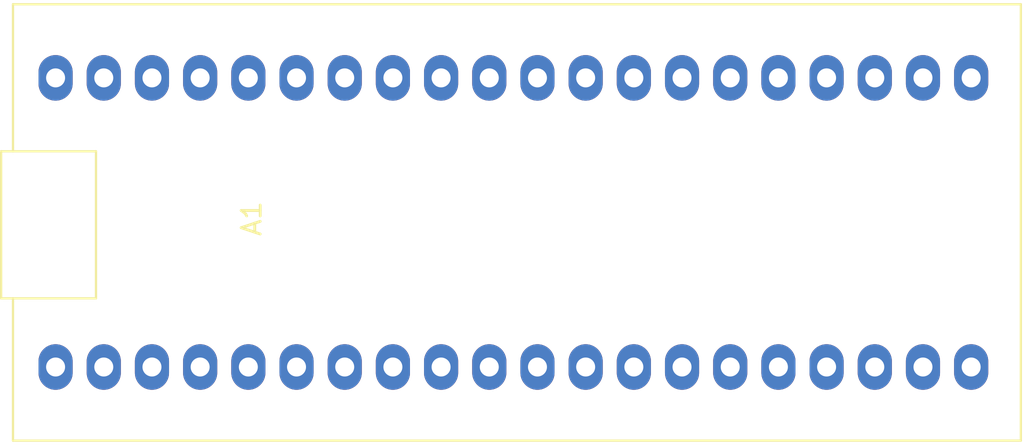
<source format=kicad_pcb>
(kicad_pcb (version 20241229) (generator "pcbnew") (generator_version "9.0")
  (layers (0 "F.Cu" signal) (2 "B.Cu" signal) (13 "F.Paste" user) (15 "B.Paste" user) (5 "F.SilkS" user "F.Silkscreen") (7 "B.SilkS" user "B.Silkscreen") (1 "F.Mask" user) (3 "B.Mask" user) (25 "Edge.Cuts" user))
  (net 0 "")
  (footprint "PCM_SL_Development_Boards:STM32_Blue_Pill_DevBoard" (layer "F.Cu") (at 149.67 85.72 90)
    (property "Reference" "A1" (at -0.8 -12.8 90) (layer "F.SilkS"))
    (property "Value" "STM32_Blue_Pill_DevBoard")
    (fp_line (start 2.75 -26) (end -5 -26) (stroke (width 0.12)) (layer "F.SilkS"))
    (fp_line (start -5 -26) (end -5 -25.375) (stroke (width 0.12)) (layer "F.SilkS"))
    (fp_line (start 10.5 -25.375) (end 2.75 -25.375) (stroke (width 0.12)) (layer "F.SilkS"))
    (fp_line (start 2.75 -25.375) (end 2.75 -26) (stroke (width 0.12)) (layer "F.SilkS"))
    (fp_line (start -5 -25.375) (end -12.5 -25.375) (stroke (width 0.12)) (layer "F.SilkS"))
    (fp_line (start -5 -25.375) (end -5 -21) (stroke (width 0.12)) (layer "F.SilkS"))
    (fp_line (start -12.5 -25.375) (end -12.5 27.75) (stroke (width 0.12)) (layer "F.SilkS"))
    (fp_line (start 2.75 -21) (end 2.75 -25.375) (stroke (width 0.12)) (layer "F.SilkS"))
    (fp_line (start -5 -21) (end 2.75 -21) (stroke (width 0.12)) (layer "F.SilkS"))
    (fp_line (start 10.5 27.75) (end 10.5 -25.375) (stroke (width 0.12)) (layer "F.SilkS"))
    (fp_line (start -12.5 27.75) (end 10.5 27.75) (stroke (width 0.12)) (layer "F.SilkS"))
    (pad "1" thru_hole oval (at -8.62 -23.13) (size 1.8 2.4) (drill 1) (layers "*.Cu" "*.Mask"))
    (pad "2" thru_hole oval (at -8.62 -20.59) (size 1.8 2.4) (drill 1) (layers "*.Cu" "*.Mask"))
    (pad "3" thru_hole oval (at -8.62 -18.05) (size 1.8 2.4) (drill 1) (layers "*.Cu" "*.Mask"))
    (pad "4" thru_hole oval (at -8.62 -15.51) (size 1.8 2.4) (drill 1) (layers "*.Cu" "*.Mask"))
    (pad "5" thru_hole oval (at -8.62 -12.97) (size 1.8 2.4) (drill 1) (layers "*.Cu" "*.Mask"))
    (pad "6" thru_hole oval (at -8.62 -10.43) (size 1.8 2.4) (drill 1) (layers "*.Cu" "*.Mask"))
    (pad "7" thru_hole oval (at -8.62 -7.89) (size 1.8 2.4) (drill 1) (layers "*.Cu" "*.Mask"))
    (pad "8" thru_hole oval (at -8.62 -5.35) (size 1.8 2.4) (drill 1) (layers "*.Cu" "*.Mask"))
    (pad "9" thru_hole oval (at -8.62 -2.81) (size 1.8 2.4) (drill 1) (layers "*.Cu" "*.Mask"))
    (pad "10" thru_hole oval (at -8.62 -0.27) (size 1.8 2.4) (drill 1) (layers "*.Cu" "*.Mask"))
    (pad "11" thru_hole oval (at -8.62 2.27) (size 1.8 2.4) (drill 1) (layers "*.Cu" "*.Mask"))
    (pad "12" thru_hole oval (at -8.62 4.81) (size 1.8 2.4) (drill 1) (layers "*.Cu" "*.Mask"))
    (pad "13" thru_hole oval (at -8.62 7.35) (size 1.8 2.4) (drill 1) (layers "*.Cu" "*.Mask"))
    (pad "14" thru_hole oval (at -8.62 9.89) (size 1.8 2.4) (drill 1) (layers "*.Cu" "*.Mask"))
    (pad "15" thru_hole oval (at -8.62 12.43) (size 1.8 2.4) (drill 1) (layers "*.Cu" "*.Mask"))
    (pad "16" thru_hole oval (at -8.62 14.97) (size 1.8 2.4) (drill 1) (layers "*.Cu" "*.Mask"))
    (pad "17" thru_hole oval (at -8.62 17.51) (size 1.8 2.4) (drill 1) (layers "*.Cu" "*.Mask"))
    (pad "18" thru_hole oval (at -8.62 20.05) (size 1.8 2.4) (drill 1) (layers "*.Cu" "*.Mask"))
    (pad "19" thru_hole oval (at -8.62 22.59) (size 1.8 2.4) (drill 1) (layers "*.Cu" "*.Mask"))
    (pad "20" thru_hole oval (at -8.62 25.13) (size 1.8 2.4) (drill 1) (layers "*.Cu" "*.Mask"))
    (pad "21" thru_hole oval (at 6.62 25.13) (size 1.8 2.4) (drill 1) (layers "*.Cu" "*.Mask"))
    (pad "22" thru_hole oval (at 6.62 22.59) (size 1.8 2.4) (drill 1) (layers "*.Cu" "*.Mask"))
    (pad "23" thru_hole oval (at 6.62 20.05) (size 1.8 2.4) (drill 1) (layers "*.Cu" "*.Mask"))
    (pad "24" thru_hole oval (at 6.62 17.51) (size 1.8 2.4) (drill 1) (layers "*.Cu" "*.Mask"))
    (pad "25" thru_hole oval (at 6.62 14.97) (size 1.8 2.4) (drill 1) (layers "*.Cu" "*.Mask"))
    (pad "26" thru_hole oval (at 6.62 12.43) (size 1.8 2.4) (drill 1) (layers "*.Cu" "*.Mask"))
    (pad "27" thru_hole oval (at 6.62 9.89) (size 1.8 2.4) (drill 1) (layers "*.Cu" "*.Mask"))
    (pad "28" thru_hole oval (at 6.62 7.35) (size 1.8 2.4) (drill 1) (layers "*.Cu" "*.Mask"))
    (pad "29" thru_hole oval (at 6.62 4.81) (size 1.8 2.4) (drill 1) (layers "*.Cu" "*.Mask"))
    (pad "30" thru_hole oval (at 6.62 2.27) (size 1.8 2.4) (drill 1) (layers "*.Cu" "*.Mask"))
    (pad "31" thru_hole oval (at 6.62 -0.27) (size 1.8 2.4) (drill 1) (layers "*.Cu" "*.Mask"))
    (pad "32" thru_hole oval (at 6.62 -2.81) (size 1.8 2.4) (drill 1) (layers "*.Cu" "*.Mask"))
    (pad "33" thru_hole oval (at 6.62 -5.35) (size 1.8 2.4) (drill 1) (layers "*.Cu" "*.Mask"))
    (pad "34" thru_hole oval (at 6.62 -7.89) (size 1.8 2.4) (drill 1) (layers "*.Cu" "*.Mask"))
    (pad "35" thru_hole oval (at 6.62 -10.43) (size 1.8 2.4) (drill 1) (layers "*.Cu" "*.Mask"))
    (pad "36" thru_hole oval (at 6.62 -12.97) (size 1.8 2.4) (drill 1) (layers "*.Cu" "*.Mask"))
    (pad "37" thru_hole oval (at 6.62 -15.51) (size 1.8 2.4) (drill 1) (layers "*.Cu" "*.Mask"))
    (pad "38" thru_hole oval (at 6.62 -18.05) (size 1.8 2.4) (drill 1) (layers "*.Cu" "*.Mask"))
    (pad "39" thru_hole oval (at 6.62 -20.59) (size 1.8 2.4) (drill 1) (layers "*.Cu" "*.Mask"))
    (pad "40" thru_hole oval (at 6.62 -23.13) (size 1.8 2.4) (drill 1) (layers "*.Cu" "*.Mask"))
  )
)
</source>
